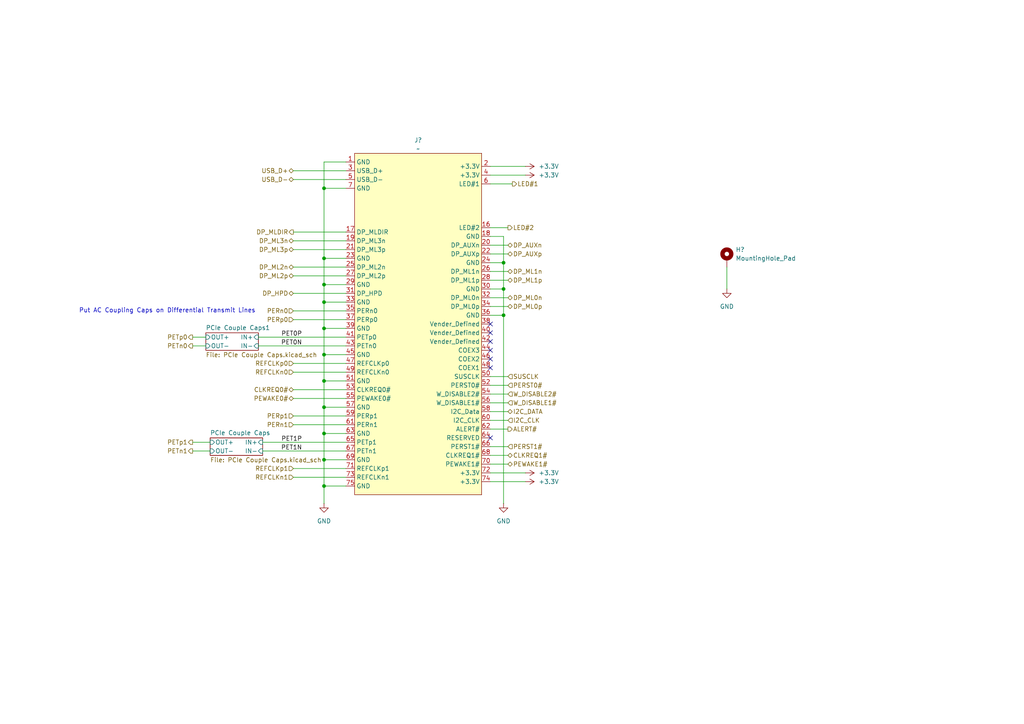
<source format=kicad_sch>
(kicad_sch (version 20250114) (generator "eeschema") (generator_version "9.0")
  (paper "A4")
  (lib_symbols
    (symbol "Mechanical:MountingHole_Pad" (pin_numbers (hide yes)) (pin_names (offset 1.016) (hide yes)) (in_bom no)
      (property "Reference" "H" (at 0 6.35 0))
      (property "Value" "MountingHole_Pad" (at 0 4.445 0))
      (symbol "MountingHole_Pad_0_1"
        (circle (center 0 1.27) (radius 1.27) (stroke (width 1.27)))
      )
      (symbol "MountingHole_Pad_1_1"
        (pin input line (at 0 -2.54 90) (length 2.54) (name "1") (number "1"))
      )
    )
    (symbol "PCIexpress:M.2_A_Key"
      (property "Reference" "J" (at 0 0 0))
      (symbol "M.2_A_Key_0_1"
        (rectangle (start -17.78 -5.08) (end 19.05 -104.14) (fill (type background)))
      )
      (symbol "M.2_A_Key_1_1"
        (pin power_in line (at -20.32 -7.62 0) (length 2.54) (name "GND") (number "1"))
        (pin bidirectional line (at -20.32 -10.16 0) (length 2.54) (name "USB_D+") (number "3"))
        (pin bidirectional line (at -20.32 -12.7 0) (length 2.54) (name "USB_D-") (number "5"))
        (pin power_in line (at -20.32 -15.24 0) (length 2.54) (name "GND") (number "7"))
        (pin output line (at -20.32 -27.94 0) (length 2.54) (name "DP_MLDIR") (number "17"))
        (pin bidirectional line (at -20.32 -30.48 0) (length 2.54) (name "DP_ML3n") (number "19"))
        (pin bidirectional line (at -20.32 -33.02 0) (length 2.54) (name "DP_ML3p") (number "21"))
        (pin power_in line (at -20.32 -35.56 0) (length 2.54) (name "GND") (number "23"))
        (pin bidirectional line (at -20.32 -38.1 0) (length 2.54) (name "DP_ML2n") (number "25"))
        (pin bidirectional line (at -20.32 -40.64 0) (length 2.54) (name "DP_ML2p") (number "27"))
        (pin power_in line (at -20.32 -43.18 0) (length 2.54) (name "GND") (number "29"))
        (pin bidirectional line (at -20.32 -45.72 0) (length 2.54) (name "DP_HPD") (number "31"))
        (pin power_in line (at -20.32 -48.26 0) (length 2.54) (name "GND") (number "33"))
        (pin input line (at -20.32 -50.8 0) (length 2.54) (name "PERn0") (number "35"))
        (pin input line (at -20.32 -53.34 0) (length 2.54) (name "PERp0") (number "37"))
        (pin power_in line (at -20.32 -55.88 0) (length 2.54) (name "GND") (number "39"))
        (pin output line (at -20.32 -58.42 0) (length 2.54) (name "PETp0") (number "41"))
        (pin output line (at -20.32 -60.96 0) (length 2.54) (name "PETn0") (number "43"))
        (pin power_in line (at -20.32 -63.5 0) (length 2.54) (name "GND") (number "45"))
        (pin input line (at -20.32 -66.04 0) (length 2.54) (name "REFCLKp0") (number "47"))
        (pin input line (at -20.32 -68.58 0) (length 2.54) (name "REFCLKn0") (number "49"))
        (pin power_in line (at -20.32 -71.12 0) (length 2.54) (name "GND") (number "51"))
        (pin bidirectional line (at -20.32 -73.66 0) (length 2.54) (name "CLKREQ0#") (number "53"))
        (pin bidirectional line (at -20.32 -76.2 0) (length 2.54) (name "PEWAKE0#") (number "55"))
        (pin power_in line (at -20.32 -78.74 0) (length 2.54) (name "GND") (number "57"))
        (pin input line (at -20.32 -81.28 0) (length 2.54) (name "PERp1") (number "59"))
        (pin input line (at -20.32 -83.82 0) (length 2.54) (name "PERn1") (number "61"))
        (pin power_in line (at -20.32 -86.36 0) (length 2.54) (name "GND") (number "63"))
        (pin output line (at -20.32 -88.9 0) (length 2.54) (name "PETp1") (number "65"))
        (pin output line (at -20.32 -91.44 0) (length 2.54) (name "PETn1") (number "67"))
        (pin passive line (at -20.32 -93.98 0) (length 2.54) (name "GND") (number "69"))
        (pin input line (at -20.32 -96.52 0) (length 2.54) (name "REFCLKp1") (number "71"))
        (pin input line (at -20.32 -99.06 0) (length 2.54) (name "REFCLKn1") (number "73"))
        (pin power_in line (at -20.32 -101.6 0) (length 2.54) (name "GND") (number "75"))
        (pin power_in line (at 21.59 -8.89 180) (length 2.54) (name "+3.3V") (number "2"))
        (pin power_in line (at 21.59 -11.43 180) (length 2.54) (name "+3.3V") (number "4"))
        (pin output line (at 21.59 -13.97 180) (length 2.54) (name "LED#1") (number "6"))
        (pin output line (at 21.59 -26.67 180) (length 2.54) (name "LED#2") (number "16"))
        (pin power_in line (at 21.59 -29.21 180) (length 2.54) (name "GND") (number "18"))
        (pin bidirectional line (at 21.59 -31.75 180) (length 2.54) (name "DP_AUXn") (number "20"))
        (pin bidirectional line (at 21.59 -34.29 180) (length 2.54) (name "DP_AUXp") (number "22"))
        (pin power_in line (at 21.59 -36.83 180) (length 2.54) (name "GND") (number "24"))
        (pin bidirectional line (at 21.59 -39.37 180) (length 2.54) (name "DP_ML1n") (number "26"))
        (pin bidirectional line (at 21.59 -41.91 180) (length 2.54) (name "DP_ML1p") (number "28"))
        (pin power_in line (at 21.59 -44.45 180) (length 2.54) (name "GND") (number "30"))
        (pin bidirectional line (at 21.59 -46.99 180) (length 2.54) (name "DP_ML0n") (number "32"))
        (pin bidirectional line (at 21.59 -49.53 180) (length 2.54) (name "DP_ML0p") (number "34"))
        (pin power_in line (at 21.59 -52.07 180) (length 2.54) (name "GND") (number "36"))
        (pin unspecified line (at 21.59 -54.61 180) (length 2.54) (name "Vender_Defined") (number "38"))
        (pin unspecified line (at 21.59 -57.15 180) (length 2.54) (name "Vender_Defined") (number "40"))
        (pin unspecified line (at 21.59 -59.69 180) (length 2.54) (name "Vender_Defined") (number "42"))
        (pin bidirectional line (at 21.59 -62.23 180) (length 2.54) (name "COEX3") (number "44"))
        (pin bidirectional line (at 21.59 -64.77 180) (length 2.54) (name "COEX2") (number "46"))
        (pin bidirectional line (at 21.59 -67.31 180) (length 2.54) (name "COEX1") (number "48"))
        (pin input line (at 21.59 -69.85 180) (length 2.54) (name "SUSCLK") (number "50"))
        (pin input line (at 21.59 -72.39 180) (length 2.54) (name "PERST0#") (number "52"))
        (pin input line (at 21.59 -74.93 180) (length 2.54) (name "W_DISABLE2#") (number "54"))
        (pin input line (at 21.59 -77.47 180) (length 2.54) (name "W_DISABLE1#") (number "56"))
        (pin bidirectional line (at 21.59 -80.01 180) (length 2.54) (name "I2C_Data") (number "58"))
        (pin input line (at 21.59 -82.55 180) (length 2.54) (name "I2C_CLK") (number "60"))
        (pin output line (at 21.59 -85.09 180) (length 2.54) (name "ALERT#") (number "62"))
        (pin unspecified line (at 21.59 -87.63 180) (length 2.54) (name "RESERVED") (number "64"))
        (pin input line (at 21.59 -90.17 180) (length 2.54) (name "PERST1#") (number "66"))
        (pin bidirectional line (at 21.59 -92.71 180) (length 2.54) (name "CLKREQ1#") (number "68"))
        (pin bidirectional line (at 21.59 -95.25 180) (length 2.54) (name "PEWAKE1#") (number "70"))
        (pin power_in line (at 21.59 -97.79 180) (length 2.54) (name "+3.3V") (number "72"))
        (pin power_in line (at 21.59 -100.33 180) (length 2.54) (name "+3.3V") (number "74"))
      )
    )
    (symbol "power:+3.3V" (power) (pin_numbers (hide yes)) (pin_names (offset 0) (hide yes))
      (property "Value" "+3.3V" (at 0 3.556 0))
      (symbol "+3.3V_0_1"
        (polyline (pts (xy -0.762 1.27) (xy 0 2.54)))
        (polyline (pts (xy 0 2.54) (xy 0.762 1.27)))
        (polyline (pts (xy 0 0) (xy 0 2.54)))
      )
      (symbol "+3.3V_1_1"
        (pin power_in line (at 0 0 90) (length 0) (name "~") (number "1"))
      )
    )
    (symbol "power:GND" (power) (pin_numbers (hide yes)) (pin_names (offset 0) (hide yes))
      (property "Value" "GND" (at 0 -3.81 0))
      (symbol "GND_0_1"
        (polyline (pts (xy 0 0) (xy 0 -1.27) (xy 1.27 -1.27) (xy 0 -2.54) (xy -1.27 -1.27) (xy 0 -1.27)))
      )
      (symbol "GND_1_1"
        (pin power_in line (at 0 0 270) (length 0) (name "~") (number "1"))
      )
    )
  )
  (text "Put AC Coupling Caps on Differential Transmit Lines" (at 48.514 90.17 0) (effects (font (size 1.27 1.27))))
  (junction (at 93.98 102.87))
  (junction (at 93.98 110.49))
  (junction (at 146.05 91.44))
  (junction (at 93.98 74.93))
  (junction (at 93.98 87.63))
  (junction (at 146.05 83.82))
  (junction (at 93.98 140.97))
  (junction (at 93.98 54.61))
  (junction (at 93.98 118.11))
  (junction (at 93.98 95.25))
  (junction (at 93.98 125.73))
  (junction (at 93.98 82.55))
  (junction (at 146.05 76.2))
  (junction (at 93.98 133.35))
  (no_connect (at 142.24 101.6))
  (no_connect (at 142.24 127))
  (no_connect (at 142.24 104.14))
  (no_connect (at 142.24 106.68))
  (no_connect (at 142.24 96.52))
  (no_connect (at 142.24 99.06))
  (no_connect (at 142.24 93.98))
  (wire (pts (xy 142.24 86.36) (xy 147.32 86.36)))
  (wire (pts (xy 93.98 118.11) (xy 93.98 125.73)))
  (wire (pts (xy 146.05 83.82) (xy 146.05 91.44)))
  (wire (pts (xy 76.2 128.27) (xy 100.33 128.27)))
  (wire (pts (xy 93.98 133.35) (xy 93.98 140.97)))
  (wire (pts (xy 93.98 110.49) (xy 93.98 118.11)))
  (wire (pts (xy 93.98 54.61) (xy 93.98 74.93)))
  (wire (pts (xy 74.93 100.33) (xy 100.33 100.33)))
  (wire (pts (xy 210.82 77.47) (xy 210.82 83.82)))
  (wire (pts (xy 142.24 48.26) (xy 152.4 48.26)))
  (wire (pts (xy 142.24 71.12) (xy 147.32 71.12)))
  (wire (pts (xy 85.09 120.65) (xy 100.33 120.65)))
  (wire (pts (xy 100.33 140.97) (xy 93.98 140.97)))
  (wire (pts (xy 142.24 111.76) (xy 147.32 111.76)))
  (wire (pts (xy 142.24 66.04) (xy 147.32 66.04)))
  (wire (pts (xy 93.98 102.87) (xy 93.98 110.49)))
  (wire (pts (xy 85.09 90.17) (xy 100.33 90.17)))
  (wire (pts (xy 100.33 46.99) (xy 93.98 46.99)))
  (wire (pts (xy 142.24 119.38) (xy 147.32 119.38)))
  (wire (pts (xy 100.33 82.55) (xy 93.98 82.55)))
  (wire (pts (xy 142.24 76.2) (xy 146.05 76.2)))
  (wire (pts (xy 93.98 74.93) (xy 93.98 82.55)))
  (wire (pts (xy 100.33 74.93) (xy 93.98 74.93)))
  (wire (pts (xy 85.09 49.53) (xy 100.33 49.53)))
  (wire (pts (xy 74.93 97.79) (xy 100.33 97.79)))
  (wire (pts (xy 93.98 46.99) (xy 93.98 54.61)))
  (wire (pts (xy 142.24 68.58) (xy 146.05 68.58)))
  (wire (pts (xy 100.33 110.49) (xy 93.98 110.49)))
  (wire (pts (xy 100.33 118.11) (xy 93.98 118.11)))
  (wire (pts (xy 85.09 52.07) (xy 100.33 52.07)))
  (wire (pts (xy 100.33 125.73) (xy 93.98 125.73)))
  (wire (pts (xy 142.24 91.44) (xy 146.05 91.44)))
  (wire (pts (xy 142.24 81.28) (xy 147.32 81.28)))
  (wire (pts (xy 55.88 100.33) (xy 59.69 100.33)))
  (wire (pts (xy 142.24 121.92) (xy 147.32 121.92)))
  (wire (pts (xy 100.33 54.61) (xy 93.98 54.61)))
  (wire (pts (xy 85.09 80.01) (xy 100.33 80.01)))
  (wire (pts (xy 55.88 128.27) (xy 60.96 128.27)))
  (wire (pts (xy 142.24 114.3) (xy 147.32 114.3)))
  (wire (pts (xy 55.88 97.79) (xy 59.69 97.79)))
  (wire (pts (xy 142.24 53.34) (xy 148.59 53.34)))
  (wire (pts (xy 85.09 77.47) (xy 100.33 77.47)))
  (wire (pts (xy 93.98 82.55) (xy 93.98 87.63)))
  (wire (pts (xy 100.33 87.63) (xy 93.98 87.63)))
  (wire (pts (xy 142.24 132.08) (xy 147.32 132.08)))
  (wire (pts (xy 85.09 92.71) (xy 100.33 92.71)))
  (wire (pts (xy 142.24 78.74) (xy 147.32 78.74)))
  (wire (pts (xy 142.24 83.82) (xy 146.05 83.82)))
  (wire (pts (xy 142.24 124.46) (xy 147.32 124.46)))
  (wire (pts (xy 142.24 50.8) (xy 152.4 50.8)))
  (wire (pts (xy 146.05 91.44) (xy 146.05 146.05)))
  (wire (pts (xy 85.09 105.41) (xy 100.33 105.41)))
  (wire (pts (xy 142.24 109.22) (xy 147.32 109.22)))
  (wire (pts (xy 93.98 87.63) (xy 93.98 95.25)))
  (wire (pts (xy 142.24 134.62) (xy 147.32 134.62)))
  (wire (pts (xy 85.09 113.03) (xy 100.33 113.03)))
  (wire (pts (xy 142.24 137.16) (xy 152.4 137.16)))
  (wire (pts (xy 55.88 130.81) (xy 60.96 130.81)))
  (wire (pts (xy 146.05 76.2) (xy 146.05 83.82)))
  (wire (pts (xy 85.09 67.31) (xy 100.33 67.31)))
  (wire (pts (xy 142.24 73.66) (xy 147.32 73.66)))
  (wire (pts (xy 85.09 69.85) (xy 100.33 69.85)))
  (wire (pts (xy 85.09 85.09) (xy 100.33 85.09)))
  (wire (pts (xy 142.24 116.84) (xy 147.32 116.84)))
  (wire (pts (xy 93.98 95.25) (xy 93.98 102.87)))
  (wire (pts (xy 85.09 115.57) (xy 100.33 115.57)))
  (wire (pts (xy 100.33 102.87) (xy 93.98 102.87)))
  (wire (pts (xy 100.33 133.35) (xy 93.98 133.35)))
  (wire (pts (xy 142.24 139.7) (xy 152.4 139.7)))
  (wire (pts (xy 85.09 135.89) (xy 100.33 135.89)))
  (wire (pts (xy 85.09 138.43) (xy 100.33 138.43)))
  (wire (pts (xy 85.09 123.19) (xy 100.33 123.19)))
  (wire (pts (xy 142.24 129.54) (xy 147.32 129.54)))
  (wire (pts (xy 76.2 130.81) (xy 100.33 130.81)))
  (wire (pts (xy 93.98 125.73) (xy 93.98 133.35)))
  (wire (pts (xy 100.33 95.25) (xy 93.98 95.25)))
  (wire (pts (xy 85.09 72.39) (xy 100.33 72.39)))
  (wire (pts (xy 142.24 88.9) (xy 147.32 88.9)))
  (wire (pts (xy 85.09 107.95) (xy 100.33 107.95)))
  (wire (pts (xy 93.98 140.97) (xy 93.98 146.05)))
  (wire (pts (xy 146.05 68.58) (xy 146.05 76.2)))
  (label "PET0P" (at 87.63 97.79 180))
  (label "PET1N" (at 87.63 130.81 180))
  (label "PET0N" (at 87.63 100.33 180))
  (label "PET1P" (at 87.63 128.27 180))
  (hierarchical_label "USB_D-" (shape bidirectional) (at 85.09 52.07 180))
  (hierarchical_label "LED#2" (shape output) (at 147.32 66.04 0))
  (hierarchical_label "PERST1#" (shape input) (at 147.32 129.54 0))
  (hierarchical_label "DP_AUXn" (shape bidirectional) (at 147.32 71.12 0))
  (hierarchical_label "PEWAKE1#" (shape bidirectional) (at 147.32 134.62 0))
  (hierarchical_label "CLKREQ1#" (shape bidirectional) (at 147.32 132.08 0))
  (hierarchical_label "REFCLKn0" (shape input) (at 85.09 107.95 180))
  (hierarchical_label "PETn1" (shape output) (at 55.88 130.81 180))
  (hierarchical_label "REFCLKn1" (shape input) (at 85.09 138.43 180))
  (hierarchical_label "DP_ML1p" (shape bidirectional) (at 147.32 81.28 0))
  (hierarchical_label "REFCLKp0" (shape input) (at 85.09 105.41 180))
  (hierarchical_label "PERp1" (shape input) (at 85.09 120.65 180))
  (hierarchical_label "SUSCLK" (shape input) (at 147.32 109.22 0))
  (hierarchical_label "USB_D+" (shape bidirectional) (at 85.09 49.53 180))
  (hierarchical_label "DP_ML0p" (shape bidirectional) (at 147.32 88.9 0))
  (hierarchical_label "PEWAKE0#" (shape bidirectional) (at 85.09 115.57 180))
  (hierarchical_label "DP_ML0n" (shape bidirectional) (at 147.32 86.36 0))
  (hierarchical_label "PERn1" (shape input) (at 85.09 123.19 180))
  (hierarchical_label "DP_MLDIR" (shape output) (at 85.09 67.31 180))
  (hierarchical_label "LED#1" (shape output) (at 148.59 53.34 0))
  (hierarchical_label "DP_ML3p" (shape bidirectional) (at 85.09 72.39 180))
  (hierarchical_label "DP_ML3n" (shape bidirectional) (at 85.09 69.85 180))
  (hierarchical_label "DP_ML2p" (shape bidirectional) (at 85.09 80.01 180))
  (hierarchical_label "PERp0" (shape input) (at 85.09 92.71 180))
  (hierarchical_label "W_DISABLE2#" (shape input) (at 147.32 114.3 0))
  (hierarchical_label "PETp1" (shape output) (at 55.88 128.27 180))
  (hierarchical_label "DP_ML1n" (shape bidirectional) (at 147.32 78.74 0))
  (hierarchical_label "PETp0" (shape output) (at 55.88 97.79 180))
  (hierarchical_label "W_DISABLE1#" (shape input) (at 147.32 116.84 0))
  (hierarchical_label "REFCLKp1" (shape input) (at 85.09 135.89 180))
  (hierarchical_label "PERn0" (shape input) (at 85.09 90.17 180))
  (hierarchical_label "I2C_DATA" (shape bidirectional) (at 147.32 119.38 0))
  (hierarchical_label "I2C_CLK" (shape input) (at 147.32 121.92 0))
  (hierarchical_label "ALERT#" (shape output) (at 147.32 124.46 0))
  (hierarchical_label "DP_HPD" (shape bidirectional) (at 85.09 85.09 180))
  (hierarchical_label "PERST0#" (shape input) (at 147.32 111.76 0))
  (hierarchical_label "DP_ML2n" (shape bidirectional) (at 85.09 77.47 180))
  (hierarchical_label "CLKREQ0#" (shape bidirectional) (at 85.09 113.03 180))
  (hierarchical_label "PETn0" (shape output) (at 55.88 100.33 180))
  (hierarchical_label "DP_AUXp" (shape bidirectional) (at 147.32 73.66 0))
  (symbol (lib_id "power:+3.3V") (at 152.4 137.16 270) (unit 1)
    (property "Reference" "#PWR?" (effects (hide yes)))
    (property "Value" "+3.3V" (at 156.21 137.1599 90) (effects (justify left)))
    (property "Description" "Power symbol creates a global label with name \"+3.3V\"" (effects (hide yes)))
  )
  (symbol (lib_id "PCIexpress:M.2_A_Key") (at 120.65 39.37 0) (unit 1)
    (property "Reference" "J?" (at 121.285 40.64 0))
    (property "Value" "~" (at 121.285 43.18 0))
    (property "Footprint" "PCIexpress:M.2 A Key Connector" (effects (hide yes)))
    (property "Note" "Check PCIe M.2 Specification for Pin Alt mode functions. Check your socket pinout for pin functions." (effects (hide yes)))
  )
  (symbol (lib_id "power:GND") (at 93.98 146.05 0) (unit 1)
    (property "Reference" "#PWR?" (effects (hide yes)))
    (property "Value" "GND" (at 93.98 151.13 0))
    (property "Description" "Power symbol creates a global label with name \"GND\" , ground" (effects (hide yes)))
  )
  (symbol (lib_id "power:+3.3V") (at 152.4 50.8 270) (unit 1)
    (property "Reference" "#PWR?" (effects (hide yes)))
    (property "Value" "+3.3V" (at 156.21 50.7999 90) (effects (justify left)))
    (property "Description" "Power symbol creates a global label with name \"+3.3V\"" (effects (hide yes)))
  )
  (symbol (lib_id "power:GND") (at 210.82 83.82 0) (unit 1)
    (property "Reference" "#PWR?" (effects (hide yes)))
    (property "Value" "GND" (at 210.82 88.9 0))
    (property "Description" "Power symbol creates a global label with name \"GND\" , ground" (effects (hide yes)))
  )
  (symbol (lib_id "power:+3.3V") (at 152.4 48.26 270) (unit 1)
    (property "Reference" "#PWR?" (effects (hide yes)))
    (property "Value" "+3.3V" (at 156.21 48.2599 90) (effects (justify left)))
    (property "Description" "Power symbol creates a global label with name \"+3.3V\"" (effects (hide yes)))
  )
  (symbol (lib_id "power:+3.3V") (at 152.4 139.7 270) (unit 1)
    (property "Reference" "#PWR?" (effects (hide yes)))
    (property "Value" "+3.3V" (at 156.21 139.6999 90) (effects (justify left)))
    (property "Description" "Power symbol creates a global label with name \"+3.3V\"" (effects (hide yes)))
  )
  (symbol (lib_id "power:GND") (at 146.05 146.05 0) (unit 1)
    (property "Reference" "#PWR?" (effects (hide yes)))
    (property "Value" "GND" (at 146.05 151.13 0))
    (property "Description" "Power symbol creates a global label with name \"GND\" , ground" (effects (hide yes)))
  )
  (symbol (lib_id "Mechanical:MountingHole_Pad") (at 210.82 74.93 0) (unit 1) (in_bom no)
    (property "Reference" "H?" (at 213.36 72.3899 0) (effects (justify left)))
    (property "Value" "MountingHole_Pad" (at 213.36 74.9299 0) (effects (justify left)))
    (property "Footprint" "PCIexpress:M.2 Mounting Pad" (effects (hide yes)))
    (property "Description" "Mounting Hole with connection" (effects (hide yes)))
  )
  (sheet (at 59.69 96.52) (size 15.24 5.08) (stroke (width 0.1524))
    (property "Sheetname" "PCIe Couple Caps1" (at 59.69 95.8084 0) (effects (justify left bottom)))
    (property "Sheetfile" "PCIe Couple Caps.kicad_sch" (at 59.69 102.1846 0) (effects (justify left top)))
    (pin "OUT-" input (at 59.69 100.33 180))
    (pin "IN+" input (at 74.93 97.79 0))
    (pin "OUT+" input (at 59.69 97.79 180))
    (pin "IN-" input (at 74.93 100.33 0))
  )
  (sheet (at 60.96 127) (size 15.24 5.08) (stroke (width 0.1524))
    (property "Sheetname" "PCIe Couple Caps" (at 60.96 126.2884 0) (effects (justify left bottom)))
    (property "Sheetfile" "PCIe Couple Caps.kicad_sch" (at 60.96 132.6646 0) (effects (justify left top)))
    (pin "OUT-" input (at 60.96 130.81 180))
    (pin "IN+" input (at 76.2 128.27 0))
    (pin "OUT+" input (at 60.96 128.27 180))
    (pin "IN-" input (at 76.2 130.81 0))
  )
)
</source>
